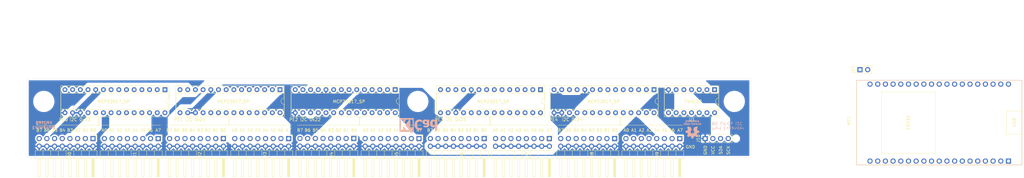
<source format=kicad_pcb>
(kicad_pcb (version 20171130) (host pcbnew "(5.1.9)-1")
  (title_block (title "Ports Expander Module 80 GPIOs I2C INT") (date 2021-01-03))
  (layers (0 F.Cu signal) (31 B.Cu signal) (34 B.Paste user) (35 F.Paste user) (36 B.SilkS user) (37 F.SilkS user) (38 B.Mask user) (39 F.Mask user) (44 Edge.Cuts user))
  (net 0 "")
  (net 1 /INT0)
  (net 2 /INT1)
  (net 3 /INT3)
  (net 4 /INT)
  (net 5 /INT2)
  (net 6 /INT4)
  (net 7 GND)
  (net 8 +3V3)
  (net 9 /SDA)
  (net 10 /SCK)
  (net 11 "Net-(U1-Pad6)")
  (net 12 "Net-(U1-Pad12)")
  (net 13 "Net-(U1-Pad3)")
  (net 14 /E0B7)
  (net 15 /E0B6)
  (net 16 /E0B5)
  (net 17 /E0B4)
  (net 18 /E0B3)
  (net 19 /E0B2)
  (net 20 /E0B1)
  (net 21 /E0B0)
  (net 22 /E0A0)
  (net 23 /E0A1)
  (net 24 /E0A2)
  (net 25 /E0A3)
  (net 26 /E0A4)
  (net 27 /E0A5)
  (net 28 /E0A6)
  (net 29 /E0A7)
  (net 30 /E1B7)
  (net 31 /E1B6)
  (net 32 /E1B5)
  (net 33 /E1B4)
  (net 34 /E1B3)
  (net 35 /E1B2)
  (net 36 /E1B1)
  (net 37 /E1B0)
  (net 38 /E1A0)
  (net 39 /E1A1)
  (net 40 /E1A2)
  (net 41 /E1A3)
  (net 42 /E1A4)
  (net 43 /E1A5)
  (net 44 /E1A6)
  (net 45 /E1A7)
  (net 46 /E2B7)
  (net 47 /E2B6)
  (net 48 /E2B5)
  (net 49 /E2B4)
  (net 50 /E2B3)
  (net 51 /E2B2)
  (net 52 /E2B1)
  (net 53 /E2B0)
  (net 54 /E2A0)
  (net 55 /E2A1)
  (net 56 /E2A2)
  (net 57 /E2A3)
  (net 58 /E2A4)
  (net 59 /E2A5)
  (net 60 /E2A6)
  (net 61 /E2A7)
  (net 62 /E3B7)
  (net 63 /E3B6)
  (net 64 /E3B5)
  (net 65 /E3B4)
  (net 66 /E3B3)
  (net 67 /E3B2)
  (net 68 /E3B1)
  (net 69 /E3B0)
  (net 70 /E3A0)
  (net 71 /E3A1)
  (net 72 /E3A2)
  (net 73 /E3A3)
  (net 74 /E3A4)
  (net 75 /E3A5)
  (net 76 /E3A6)
  (net 77 /E3A7)
  (net 78 /E4B7)
  (net 79 /E4B6)
  (net 80 /E4B5)
  (net 81 /E4B4)
  (net 82 /E4B3)
  (net 83 /E4B2)
  (net 84 /E4B1)
  (net 85 /E4B0)
  (net 86 /E4A0)
  (net 87 /E4A1)
  (net 88 /E4A2)
  (net 89 /E4A3)
  (net 90 /E4A4)
  (net 91 /E4A5)
  (net 92 /E4A6)
  (net 93 /E4A7)
  (net 94 "Net-(J11-Pad2)")
  (net 95 "Net-(MC1-Pad5)")
  (net 96 "Net-(MC1-Pad31)")
  (net 97 "Net-(MC1-Pad8)")
  (net 98 "Net-(MC1-Pad11)")
  (net 99 "Net-(MC1-Pad38)")
  (net 100 "Net-(MC1-Pad27)")
  (net 101 "Net-(MC1-Pad33)")
  (net 102 "Net-(MC1-Pad14)")
  (net 103 "Net-(MC1-Pad9)")
  (net 104 "Net-(MC1-Pad30)")
  (net 105 "Net-(MC1-Pad36)")
  (net 106 "Net-(MC1-Pad35)")
  (net 107 "Net-(MC1-Pad3)")
  (net 108 "Net-(MC1-Pad7)")
  (net 109 "Net-(MC1-Pad10)")
  (net 110 "Net-(MC1-Pad28)")
  (net 111 "Net-(MC1-Pad13)")
  (net 112 "Net-(MC1-Pad29)")
  (net 113 "Net-(MC1-Pad34)")
  (net 114 "Net-(MC1-Pad32)")
  (net 115 "Net-(MC1-Pad2)")
  (net 116 "Net-(MC1-Pad4)")
  (net 117 "Net-(MC1-Pad37)")
  (net 118 "Net-(MC1-Pad17)")
  (net 119 "Net-(MC1-Pad18)")
  (net 120 "Net-(MC1-Pad23)")
  (net 121 "Net-(MC1-Pad16)")
  (net 122 "Net-(MC1-Pad21)")
  (net 123 "Net-(MC1-Pad24)")
  (net 124 "Net-(MC1-Pad15)")
  (net 125 "Net-(PE0-Pad14)")
  (net 126 "Net-(PE0-Pad11)")
  (net 127 "Net-(PE0-Pad19)")
  (net 128 "Net-(PE1-Pad19)")
  (net 129 "Net-(PE1-Pad11)")
  (net 130 "Net-(PE1-Pad14)")
  (net 131 "Net-(PE2-Pad14)")
  (net 132 "Net-(PE2-Pad11)")
  (net 133 "Net-(PE2-Pad19)")
  (net 134 "Net-(PE3-Pad19)")
  (net 135 "Net-(PE3-Pad11)")
  (net 136 "Net-(PE3-Pad14)")
  (net 137 "Net-(PE4-Pad19)")
  (net 138 "Net-(PE4-Pad11)")
  (net 139 "Net-(PE4-Pad14)")
  (module Connector_PinHeader_2.54mm:PinHeader_1x04_P2.54mm_Vertical (layer F.Cu) (at 244.88 71.75 90)
    (fp_text reference J10 (at 0 -2.33 90) (layer F.SilkS))
    (fp_text value OLED_Display)
    (pad 4 thru_hole oval (at 0 7.62 90) (size 1.7 1.7) (drill 1) (layers *.Cu *.Mask) (net 9 /SDA))
    (pad 3 thru_hole oval (at 0 5.08 90) (size 1.7 1.7) (drill 1) (layers *.Cu *.Mask) (net 10 /SCK))
    (pad 2 thru_hole oval (at 0 2.54 90) (size 1.7 1.7) (drill 1) (layers *.Cu *.Mask) (net 8 +3V3))
    (pad 1 thru_hole rect (at 0 0 90) (size 1.7 1.7) (drill 1) (layers *.Cu *.Mask) (net 7 GND))
  )
  (module esp32_driver:ESP32_DevKitC (layer F.Cu) (at 345.035 79.19 90)
    (fp_text reference MC1 (at 13.335 -52.705 270) (layer F.SilkS))
    (fp_text value ESP32_DevKitC)
    (fp_text user USB (at 12.7 1.905 270) (layer F.SilkS))
    (fp_text user ESP32 (at 12.7 -33.02 90) (layer F.SilkS))
    (pad 5 thru_hole oval (at 0 -10.16 270) (size 1.7 1.7) (drill 1) (layers *.Cu *.Mask) (net 95 "Net-(MC1-Pad5)"))
    (pad 31 thru_hole oval (at 25.4 -17.78 270) (size 1.7 1.7) (drill 1) (layers *.Cu *.Mask) (net 96 "Net-(MC1-Pad31)"))
    (pad 12 thru_hole oval (at 0 -27.94 270) (size 1.7 1.7) (drill 1) (layers *.Cu *.Mask) (net 4 /INT))
    (pad 8 thru_hole oval (at 0 -17.78 270) (size 1.7 1.7) (drill 1) (layers *.Cu *.Mask) (net 97 "Net-(MC1-Pad8)"))
    (pad 11 thru_hole oval (at 0 -25.4 270) (size 1.7 1.7) (drill 1) (layers *.Cu *.Mask) (net 98 "Net-(MC1-Pad11)"))
    (pad 38 thru_hole oval (at 25.4 0 270) (size 1.7 1.7) (drill 1) (layers *.Cu *.Mask) (net 99 "Net-(MC1-Pad38)"))
    (pad 27 thru_hole oval (at 25.4 -27.94 270) (size 1.7 1.7) (drill 1) (layers *.Cu *.Mask) (net 100 "Net-(MC1-Pad27)"))
    (pad 26 thru_hole oval (at 25.4 -30.48 270) (size 1.7 1.7) (drill 1) (layers *.Cu *.Mask) (net 7 GND))
    (pad 33 thru_hole oval (at 25.4 -12.7 270) (size 1.7 1.7) (drill 1) (layers *.Cu *.Mask) (net 101 "Net-(MC1-Pad33)"))
    (pad 14 thru_hole oval (at 0 -33.02 270) (size 1.7 1.7) (drill 1) (layers *.Cu *.Mask) (net 102 "Net-(MC1-Pad14)"))
    (pad 9 thru_hole oval (at 0 -20.32 270) (size 1.7 1.7) (drill 1) (layers *.Cu *.Mask) (net 103 "Net-(MC1-Pad9)"))
    (pad 30 thru_hole oval (at 25.4 -20.32 270) (size 1.7 1.7) (drill 1) (layers *.Cu *.Mask) (net 104 "Net-(MC1-Pad30)"))
    (pad 36 thru_hole oval (at 25.4 -5.08 270) (size 1.7 1.7) (drill 1) (layers *.Cu *.Mask) (net 105 "Net-(MC1-Pad36)"))
    (pad 35 thru_hole oval (at 25.4 -7.62 270) (size 1.7 1.7) (drill 1) (layers *.Cu *.Mask) (net 106 "Net-(MC1-Pad35)"))
    (pad 3 thru_hole oval (at 0 -5.08 270) (size 1.7 1.7) (drill 1) (layers *.Cu *.Mask) (net 107 "Net-(MC1-Pad3)"))
    (pad 6 thru_hole oval (at 0 -12.7 270) (size 1.7 1.7) (drill 1) (layers *.Cu *.Mask) (net 7 GND))
    (pad 7 thru_hole oval (at 0 -15.24 270) (size 1.7 1.7) (drill 1) (layers *.Cu *.Mask) (net 108 "Net-(MC1-Pad7)"))
    (pad 10 thru_hole oval (at 0 -22.86 270) (size 1.7 1.7) (drill 1) (layers *.Cu *.Mask) (net 109 "Net-(MC1-Pad10)"))
    (pad 1 thru_hole rect (at 0 0 270) (size 1.7 1.7) (drill 1) (layers *.Cu *.Mask) (net 94 "Net-(J11-Pad2)"))
    (pad 28 thru_hole oval (at 25.4 -25.4 270) (size 1.7 1.7) (drill 1) (layers *.Cu *.Mask) (net 110 "Net-(MC1-Pad28)"))
    (pad 13 thru_hole oval (at 0 -30.48 270) (size 1.7 1.7) (drill 1) (layers *.Cu *.Mask) (net 111 "Net-(MC1-Pad13)"))
    (pad 25 thru_hole oval (at 25.4 -33.02 270) (size 1.7 1.7) (drill 1) (layers *.Cu *.Mask) (net 9 /SDA))
    (pad 29 thru_hole oval (at 25.4 -22.86 270) (size 1.7 1.7) (drill 1) (layers *.Cu *.Mask) (net 112 "Net-(MC1-Pad29)"))
    (pad 34 thru_hole oval (at 25.4 -10.16 270) (size 1.7 1.7) (drill 1) (layers *.Cu *.Mask) (net 113 "Net-(MC1-Pad34)"))
    (pad 32 thru_hole oval (at 25.4 -15.24 270) (size 1.7 1.7) (drill 1) (layers *.Cu *.Mask) (net 114 "Net-(MC1-Pad32)"))
    (pad 2 thru_hole oval (at 0 -2.54 270) (size 1.7 1.7) (drill 1) (layers *.Cu *.Mask) (net 115 "Net-(MC1-Pad2)"))
    (pad 4 thru_hole oval (at 0 -7.62 270) (size 1.7 1.7) (drill 1) (layers *.Cu *.Mask) (net 116 "Net-(MC1-Pad4)"))
    (pad 37 thru_hole oval (at 25.4 -2.54 270) (size 1.7 1.7) (drill 1) (layers *.Cu *.Mask) (net 117 "Net-(MC1-Pad37)"))
    (pad 17 thru_hole oval (at 0 -40.64 270) (size 1.7 1.7) (drill 1) (layers *.Cu *.Mask) (net 118 "Net-(MC1-Pad17)"))
    (pad 18 thru_hole oval (at 0 -43.18 270) (size 1.7 1.7) (drill 1) (layers *.Cu *.Mask) (net 119 "Net-(MC1-Pad18)"))
    (pad 23 thru_hole oval (at 25.4 -38.1 270) (size 1.7 1.7) (drill 1) (layers *.Cu *.Mask) (net 120 "Net-(MC1-Pad23)"))
    (pad 16 thru_hole oval (at 0 -38.1 270) (size 1.7 1.7) (drill 1) (layers *.Cu *.Mask) (net 121 "Net-(MC1-Pad16)"))
    (pad 22 thru_hole oval (at 25.4 -40.64 270) (size 1.7 1.7) (drill 1) (layers *.Cu *.Mask) (net 10 /SCK))
    (pad 21 thru_hole oval (at 25.4 -43.18 270) (size 1.7 1.7) (drill 1) (layers *.Cu *.Mask) (net 122 "Net-(MC1-Pad21)"))
    (pad 24 thru_hole oval (at 25.4 -35.56 270) (size 1.7 1.7) (drill 1) (layers *.Cu *.Mask) (net 123 "Net-(MC1-Pad24)"))
    (pad 19 thru_hole oval (at 0 -45.72 270) (size 1.7 1.7) (drill 1) (layers *.Cu *.Mask) (net 8 +3V3))
    (pad 20 thru_hole oval (at 25.4 -45.72 270) (size 1.7 1.7) (drill 1) (layers *.Cu *.Mask) (net 7 GND))
    (pad 15 thru_hole oval (at 0 -35.56 270) (size 1.7 1.7) (drill 1) (layers *.Cu *.Mask) (net 124 "Net-(MC1-Pad15)"))
  )
  (module Connector_PinHeader_2.54mm:PinHeader_1x02_P2.54mm_Vertical (layer F.Cu) (at 296 49 90)
    (fp_text reference J11 (at 0 -2.33 90) (layer F.SilkS))
    (fp_text value Power_Jack)
    (pad 2 thru_hole oval (at 0 2.54 90) (size 1.7 1.7) (drill 1) (layers *.Cu *.Mask) (net 94 "Net-(J11-Pad2)"))
    (pad 1 thru_hole rect (at 0 0 90) (size 1.7 1.7) (drill 1) (layers *.Cu *.Mask) (net 7 GND))
  )
  (module Symbol:KiCad-Logo_5mm_SilkScreen (layer B.Cu) (at 150.241 66.929)
    (fp_text reference L0 hide)
    (fp_text value KiCad-Logo_5mm_SilkScreen hide)
  )
  (module Symbol:OSHW-Logo_5.7x6mm_SilkScreen (layer B.Cu) (at 240.665 68.707)
    (fp_text reference REF** hide)
    (fp_text value OSHW-Logo_5.7x6mm_SilkScreen hide)
  )
  (module MountingHole:MountingHole_3.2mm_M3 (layer F.Cu) (at 26.5 59.5)
    (fp_text reference MH0 hide)
    (fp_text value MountingHole_3.2mm_M3)
    (pad 1 np_thru_hole circle (at 0 0) (size 3.2 3.2) (drill 3.2) (layers *.Cu *.Mask))
  )
  (module MountingHole:MountingHole_3.2mm_M3 (layer F.Cu) (at 150 59.5)
    (fp_text reference MH1 hide)
    (fp_text value MountingHole_3.2mm_M3)
    (pad 1 np_thru_hole circle (at 0 0) (size 3.2 3.2) (drill 3.2) (layers *.Cu *.Mask))
  )
  (module MountingHole:MountingHole_3.2mm_M3 (layer F.Cu) (at 254.5 59.5)
    (fp_text reference MH2 hide)
    (fp_text value MountingHole_3.2mm_M3)
    (pad 1 np_thru_hole circle (at 0 0) (size 3.2 3.2) (drill 3.2) (layers *.Cu *.Mask))
  )
  (module Connector_PinHeader_2.54mm:PinHeader_2x08_P2.54mm_Horizontal (layer F.Cu) (at 236.5 71.75 270)
    (fp_text reference J9 (at 5.25 7.5 90) (layer F.SilkS))
    (fp_text value Conn_02x08_Male)
    (pad 16 thru_hole oval (at 2.54 17.78 270) (size 1.7 1.7) (drill 1) (layers *.Cu *.Mask) (net 7 GND))
    (pad 15 thru_hole oval (at 0 17.78 270) (size 1.7 1.7) (drill 1) (layers *.Cu *.Mask) (net 86 /E4A0))
    (pad 14 thru_hole oval (at 2.54 15.24 270) (size 1.7 1.7) (drill 1) (layers *.Cu *.Mask) (net 7 GND))
    (pad 13 thru_hole oval (at 0 15.24 270) (size 1.7 1.7) (drill 1) (layers *.Cu *.Mask) (net 87 /E4A1))
    (pad 12 thru_hole oval (at 2.54 12.7 270) (size 1.7 1.7) (drill 1) (layers *.Cu *.Mask) (net 7 GND))
    (pad 11 thru_hole oval (at 0 12.7 270) (size 1.7 1.7) (drill 1) (layers *.Cu *.Mask) (net 88 /E4A2))
    (pad 10 thru_hole oval (at 2.54 10.16 270) (size 1.7 1.7) (drill 1) (layers *.Cu *.Mask) (net 7 GND))
    (pad 9 thru_hole oval (at 0 10.16 270) (size 1.7 1.7) (drill 1) (layers *.Cu *.Mask) (net 89 /E4A3))
    (pad 8 thru_hole oval (at 2.54 7.62 270) (size 1.7 1.7) (drill 1) (layers *.Cu *.Mask) (net 7 GND))
    (pad 7 thru_hole oval (at 0 7.62 270) (size 1.7 1.7) (drill 1) (layers *.Cu *.Mask) (net 90 /E4A4))
    (pad 6 thru_hole oval (at 2.54 5.08 270) (size 1.7 1.7) (drill 1) (layers *.Cu *.Mask) (net 7 GND))
    (pad 5 thru_hole oval (at 0 5.08 270) (size 1.7 1.7) (drill 1) (layers *.Cu *.Mask) (net 91 /E4A5))
    (pad 4 thru_hole oval (at 2.54 2.54 270) (size 1.7 1.7) (drill 1) (layers *.Cu *.Mask) (net 7 GND))
    (pad 3 thru_hole oval (at 0 2.54 270) (size 1.7 1.7) (drill 1) (layers *.Cu *.Mask) (net 92 /E4A6))
    (pad 2 thru_hole oval (at 2.54 0 270) (size 1.7 1.7) (drill 1) (layers *.Cu *.Mask) (net 7 GND))
    (pad 1 thru_hole rect (at 0 0 270) (size 1.7 1.7) (drill 1) (layers *.Cu *.Mask) (net 93 /E4A7))
  )
  (module Connector_PinHeader_2.54mm:PinHeader_2x08_P2.54mm_Horizontal (layer F.Cu) (at 214.972 71.75 270)
    (fp_text reference J8 (at 5.25 7.472 90) (layer F.SilkS))
    (fp_text value Conn_02x08_Male)
    (pad 16 thru_hole oval (at 2.54 17.78 270) (size 1.7 1.7) (drill 1) (layers *.Cu *.Mask) (net 7 GND))
    (pad 15 thru_hole oval (at 0 17.78 270) (size 1.7 1.7) (drill 1) (layers *.Cu *.Mask) (net 78 /E4B7))
    (pad 14 thru_hole oval (at 2.54 15.24 270) (size 1.7 1.7) (drill 1) (layers *.Cu *.Mask) (net 7 GND))
    (pad 13 thru_hole oval (at 0 15.24 270) (size 1.7 1.7) (drill 1) (layers *.Cu *.Mask) (net 79 /E4B6))
    (pad 12 thru_hole oval (at 2.54 12.7 270) (size 1.7 1.7) (drill 1) (layers *.Cu *.Mask) (net 7 GND))
    (pad 11 thru_hole oval (at 0 12.7 270) (size 1.7 1.7) (drill 1) (layers *.Cu *.Mask) (net 80 /E4B5))
    (pad 10 thru_hole oval (at 2.54 10.16 270) (size 1.7 1.7) (drill 1) (layers *.Cu *.Mask) (net 7 GND))
    (pad 9 thru_hole oval (at 0 10.16 270) (size 1.7 1.7) (drill 1) (layers *.Cu *.Mask) (net 81 /E4B4))
    (pad 8 thru_hole oval (at 2.54 7.62 270) (size 1.7 1.7) (drill 1) (layers *.Cu *.Mask) (net 7 GND))
    (pad 7 thru_hole oval (at 0 7.62 270) (size 1.7 1.7) (drill 1) (layers *.Cu *.Mask) (net 82 /E4B3))
    (pad 6 thru_hole oval (at 2.54 5.08 270) (size 1.7 1.7) (drill 1) (layers *.Cu *.Mask) (net 7 GND))
    (pad 5 thru_hole oval (at 0 5.08 270) (size 1.7 1.7) (drill 1) (layers *.Cu *.Mask) (net 83 /E4B2))
    (pad 4 thru_hole oval (at 2.54 2.54 270) (size 1.7 1.7) (drill 1) (layers *.Cu *.Mask) (net 7 GND))
    (pad 3 thru_hole oval (at 0 2.54 270) (size 1.7 1.7) (drill 1) (layers *.Cu *.Mask) (net 84 /E4B1))
    (pad 2 thru_hole oval (at 2.54 0 270) (size 1.7 1.7) (drill 1) (layers *.Cu *.Mask) (net 7 GND))
    (pad 1 thru_hole rect (at 0 0 270) (size 1.7 1.7) (drill 1) (layers *.Cu *.Mask) (net 85 /E4B0))
  )
  (module Connector_PinHeader_2.54mm:PinHeader_2x08_P2.54mm_Horizontal (layer F.Cu) (at 193.444 71.75 270)
    (fp_text reference J7 (at 5.25 7.444 90) (layer F.SilkS))
    (fp_text value Conn_02x08_Male)
    (pad 16 thru_hole oval (at 2.54 17.78 270) (size 1.7 1.7) (drill 1) (layers *.Cu *.Mask) (net 7 GND))
    (pad 15 thru_hole oval (at 0 17.78 270) (size 1.7 1.7) (drill 1) (layers *.Cu *.Mask) (net 70 /E3A0))
    (pad 14 thru_hole oval (at 2.54 15.24 270) (size 1.7 1.7) (drill 1) (layers *.Cu *.Mask) (net 7 GND))
    (pad 13 thru_hole oval (at 0 15.24 270) (size 1.7 1.7) (drill 1) (layers *.Cu *.Mask) (net 71 /E3A1))
    (pad 12 thru_hole oval (at 2.54 12.7 270) (size 1.7 1.7) (drill 1) (layers *.Cu *.Mask) (net 7 GND))
    (pad 11 thru_hole oval (at 0 12.7 270) (size 1.7 1.7) (drill 1) (layers *.Cu *.Mask) (net 72 /E3A2))
    (pad 10 thru_hole oval (at 2.54 10.16 270) (size 1.7 1.7) (drill 1) (layers *.Cu *.Mask) (net 7 GND))
    (pad 9 thru_hole oval (at 0 10.16 270) (size 1.7 1.7) (drill 1) (layers *.Cu *.Mask) (net 73 /E3A3))
    (pad 8 thru_hole oval (at 2.54 7.62 270) (size 1.7 1.7) (drill 1) (layers *.Cu *.Mask) (net 7 GND))
    (pad 7 thru_hole oval (at 0 7.62 270) (size 1.7 1.7) (drill 1) (layers *.Cu *.Mask) (net 74 /E3A4))
    (pad 6 thru_hole oval (at 2.54 5.08 270) (size 1.7 1.7) (drill 1) (layers *.Cu *.Mask) (net 7 GND))
    (pad 5 thru_hole oval (at 0 5.08 270) (size 1.7 1.7) (drill 1) (layers *.Cu *.Mask) (net 75 /E3A5))
    (pad 4 thru_hole oval (at 2.54 2.54 270) (size 1.7 1.7) (drill 1) (layers *.Cu *.Mask) (net 7 GND))
    (pad 3 thru_hole oval (at 0 2.54 270) (size 1.7 1.7) (drill 1) (layers *.Cu *.Mask) (net 76 /E3A6))
    (pad 2 thru_hole oval (at 2.54 0 270) (size 1.7 1.7) (drill 1) (layers *.Cu *.Mask) (net 7 GND))
    (pad 1 thru_hole rect (at 0 0 270) (size 1.7 1.7) (drill 1) (layers *.Cu *.Mask) (net 77 /E3A7))
  )
  (module Connector_PinHeader_2.54mm:PinHeader_2x08_P2.54mm_Horizontal (layer F.Cu) (at 171.917 71.75 270)
    (fp_text reference J6 (at 5.25 7.417 90) (layer F.SilkS))
    (fp_text value Conn_02x08_Male)
    (pad 16 thru_hole oval (at 2.54 17.78 270) (size 1.7 1.7) (drill 1) (layers *.Cu *.Mask) (net 7 GND))
    (pad 15 thru_hole oval (at 0 17.78 270) (size 1.7 1.7) (drill 1) (layers *.Cu *.Mask) (net 62 /E3B7))
    (pad 14 thru_hole oval (at 2.54 15.24 270) (size 1.7 1.7) (drill 1) (layers *.Cu *.Mask) (net 7 GND))
    (pad 13 thru_hole oval (at 0 15.24 270) (size 1.7 1.7) (drill 1) (layers *.Cu *.Mask) (net 63 /E3B6))
    (pad 12 thru_hole oval (at 2.54 12.7 270) (size 1.7 1.7) (drill 1) (layers *.Cu *.Mask) (net 7 GND))
    (pad 11 thru_hole oval (at 0 12.7 270) (size 1.7 1.7) (drill 1) (layers *.Cu *.Mask) (net 64 /E3B5))
    (pad 10 thru_hole oval (at 2.54 10.16 270) (size 1.7 1.7) (drill 1) (layers *.Cu *.Mask) (net 7 GND))
    (pad 9 thru_hole oval (at 0 10.16 270) (size 1.7 1.7) (drill 1) (layers *.Cu *.Mask) (net 65 /E3B4))
    (pad 8 thru_hole oval (at 2.54 7.62 270) (size 1.7 1.7) (drill 1) (layers *.Cu *.Mask) (net 7 GND))
    (pad 7 thru_hole oval (at 0 7.62 270) (size 1.7 1.7) (drill 1) (layers *.Cu *.Mask) (net 66 /E3B3))
    (pad 6 thru_hole oval (at 2.54 5.08 270) (size 1.7 1.7) (drill 1) (layers *.Cu *.Mask) (net 7 GND))
    (pad 5 thru_hole oval (at 0 5.08 270) (size 1.7 1.7) (drill 1) (layers *.Cu *.Mask) (net 67 /E3B2))
    (pad 4 thru_hole oval (at 2.54 2.54 270) (size 1.7 1.7) (drill 1) (layers *.Cu *.Mask) (net 7 GND))
    (pad 3 thru_hole oval (at 0 2.54 270) (size 1.7 1.7) (drill 1) (layers *.Cu *.Mask) (net 68 /E3B1))
    (pad 2 thru_hole oval (at 2.54 0 270) (size 1.7 1.7) (drill 1) (layers *.Cu *.Mask) (net 7 GND))
    (pad 1 thru_hole rect (at 0 0 270) (size 1.7 1.7) (drill 1) (layers *.Cu *.Mask) (net 69 /E3B0))
  )
  (module Connector_PinHeader_2.54mm:PinHeader_2x08_P2.54mm_Horizontal (layer F.Cu) (at 150.389 71.75 270)
    (fp_text reference J5 (at 5.25 7.389 90) (layer F.SilkS))
    (fp_text value Conn_02x08_Male)
    (pad 16 thru_hole oval (at 2.54 17.78 270) (size 1.7 1.7) (drill 1) (layers *.Cu *.Mask) (net 7 GND))
    (pad 15 thru_hole oval (at 0 17.78 270) (size 1.7 1.7) (drill 1) (layers *.Cu *.Mask) (net 54 /E2A0))
    (pad 14 thru_hole oval (at 2.54 15.24 270) (size 1.7 1.7) (drill 1) (layers *.Cu *.Mask) (net 7 GND))
    (pad 13 thru_hole oval (at 0 15.24 270) (size 1.7 1.7) (drill 1) (layers *.Cu *.Mask) (net 55 /E2A1))
    (pad 12 thru_hole oval (at 2.54 12.7 270) (size 1.7 1.7) (drill 1) (layers *.Cu *.Mask) (net 7 GND))
    (pad 11 thru_hole oval (at 0 12.7 270) (size 1.7 1.7) (drill 1) (layers *.Cu *.Mask) (net 56 /E2A2))
    (pad 10 thru_hole oval (at 2.54 10.16 270) (size 1.7 1.7) (drill 1) (layers *.Cu *.Mask) (net 7 GND))
    (pad 9 thru_hole oval (at 0 10.16 270) (size 1.7 1.7) (drill 1) (layers *.Cu *.Mask) (net 57 /E2A3))
    (pad 8 thru_hole oval (at 2.54 7.62 270) (size 1.7 1.7) (drill 1) (layers *.Cu *.Mask) (net 7 GND))
    (pad 7 thru_hole oval (at 0 7.62 270) (size 1.7 1.7) (drill 1) (layers *.Cu *.Mask) (net 58 /E2A4))
    (pad 6 thru_hole oval (at 2.54 5.08 270) (size 1.7 1.7) (drill 1) (layers *.Cu *.Mask) (net 7 GND))
    (pad 5 thru_hole oval (at 0 5.08 270) (size 1.7 1.7) (drill 1) (layers *.Cu *.Mask) (net 59 /E2A5))
    (pad 4 thru_hole oval (at 2.54 2.54 270) (size 1.7 1.7) (drill 1) (layers *.Cu *.Mask) (net 7 GND))
    (pad 3 thru_hole oval (at 0 2.54 270) (size 1.7 1.7) (drill 1) (layers *.Cu *.Mask) (net 60 /E2A6))
    (pad 2 thru_hole oval (at 2.54 0 270) (size 1.7 1.7) (drill 1) (layers *.Cu *.Mask) (net 7 GND))
    (pad 1 thru_hole rect (at 0 0 270) (size 1.7 1.7) (drill 1) (layers *.Cu *.Mask) (net 61 /E2A7))
  )
  (module Connector_PinHeader_2.54mm:PinHeader_2x08_P2.54mm_Horizontal (layer F.Cu) (at 128.861 71.725 270)
    (fp_text reference J4 (at 5.275 7.361 90) (layer F.SilkS))
    (fp_text value Conn_02x08_Male)
    (pad 16 thru_hole oval (at 2.54 17.78 270) (size 1.7 1.7) (drill 1) (layers *.Cu *.Mask) (net 7 GND))
    (pad 15 thru_hole oval (at 0 17.78 270) (size 1.7 1.7) (drill 1) (layers *.Cu *.Mask) (net 46 /E2B7))
    (pad 14 thru_hole oval (at 2.54 15.24 270) (size 1.7 1.7) (drill 1) (layers *.Cu *.Mask) (net 7 GND))
    (pad 13 thru_hole oval (at 0 15.24 270) (size 1.7 1.7) (drill 1) (layers *.Cu *.Mask) (net 47 /E2B6))
    (pad 12 thru_hole oval (at 2.54 12.7 270) (size 1.7 1.7) (drill 1) (layers *.Cu *.Mask) (net 7 GND))
    (pad 11 thru_hole oval (at 0 12.7 270) (size 1.7 1.7) (drill 1) (layers *.Cu *.Mask) (net 48 /E2B5))
    (pad 10 thru_hole oval (at 2.54 10.16 270) (size 1.7 1.7) (drill 1) (layers *.Cu *.Mask) (net 7 GND))
    (pad 9 thru_hole oval (at 0 10.16 270) (size 1.7 1.7) (drill 1) (layers *.Cu *.Mask) (net 49 /E2B4))
    (pad 8 thru_hole oval (at 2.54 7.62 270) (size 1.7 1.7) (drill 1) (layers *.Cu *.Mask) (net 7 GND))
    (pad 7 thru_hole oval (at 0 7.62 270) (size 1.7 1.7) (drill 1) (layers *.Cu *.Mask) (net 50 /E2B3))
    (pad 6 thru_hole oval (at 2.54 5.08 270) (size 1.7 1.7) (drill 1) (layers *.Cu *.Mask) (net 7 GND))
    (pad 5 thru_hole oval (at 0 5.08 270) (size 1.7 1.7) (drill 1) (layers *.Cu *.Mask) (net 51 /E2B2))
    (pad 4 thru_hole oval (at 2.54 2.54 270) (size 1.7 1.7) (drill 1) (layers *.Cu *.Mask) (net 7 GND))
    (pad 3 thru_hole oval (at 0 2.54 270) (size 1.7 1.7) (drill 1) (layers *.Cu *.Mask) (net 52 /E2B1))
    (pad 2 thru_hole oval (at 2.54 0 270) (size 1.7 1.7) (drill 1) (layers *.Cu *.Mask) (net 7 GND))
    (pad 1 thru_hole rect (at 0 0 270) (size 1.7 1.7) (drill 1) (layers *.Cu *.Mask) (net 53 /E2B0))
  )
  (module Connector_PinHeader_2.54mm:PinHeader_2x08_P2.54mm_Horizontal (layer F.Cu) (at 107.333 71.75 270)
    (fp_text reference J3 (at 5.25 7.833 90) (layer F.SilkS))
    (fp_text value Conn_02x08_Male)
    (pad 16 thru_hole oval (at 2.54 17.78 270) (size 1.7 1.7) (drill 1) (layers *.Cu *.Mask) (net 7 GND))
    (pad 15 thru_hole oval (at 0 17.78 270) (size 1.7 1.7) (drill 1) (layers *.Cu *.Mask) (net 38 /E1A0))
    (pad 14 thru_hole oval (at 2.54 15.24 270) (size 1.7 1.7) (drill 1) (layers *.Cu *.Mask) (net 7 GND))
    (pad 13 thru_hole oval (at 0 15.24 270) (size 1.7 1.7) (drill 1) (layers *.Cu *.Mask) (net 39 /E1A1))
    (pad 12 thru_hole oval (at 2.54 12.7 270) (size 1.7 1.7) (drill 1) (layers *.Cu *.Mask) (net 7 GND))
    (pad 11 thru_hole oval (at 0 12.7 270) (size 1.7 1.7) (drill 1) (layers *.Cu *.Mask) (net 40 /E1A2))
    (pad 10 thru_hole oval (at 2.54 10.16 270) (size 1.7 1.7) (drill 1) (layers *.Cu *.Mask) (net 7 GND))
    (pad 9 thru_hole oval (at 0 10.16 270) (size 1.7 1.7) (drill 1) (layers *.Cu *.Mask) (net 41 /E1A3))
    (pad 8 thru_hole oval (at 2.54 7.62 270) (size 1.7 1.7) (drill 1) (layers *.Cu *.Mask) (net 7 GND))
    (pad 7 thru_hole oval (at 0 7.62 270) (size 1.7 1.7) (drill 1) (layers *.Cu *.Mask) (net 42 /E1A4))
    (pad 6 thru_hole oval (at 2.54 5.08 270) (size 1.7 1.7) (drill 1) (layers *.Cu *.Mask) (net 7 GND))
    (pad 5 thru_hole oval (at 0 5.08 270) (size 1.7 1.7) (drill 1) (layers *.Cu *.Mask) (net 43 /E1A5))
    (pad 4 thru_hole oval (at 2.54 2.54 270) (size 1.7 1.7) (drill 1) (layers *.Cu *.Mask) (net 7 GND))
    (pad 3 thru_hole oval (at 0 2.54 270) (size 1.7 1.7) (drill 1) (layers *.Cu *.Mask) (net 44 /E1A6))
    (pad 2 thru_hole oval (at 2.54 0 270) (size 1.7 1.7) (drill 1) (layers *.Cu *.Mask) (net 7 GND))
    (pad 1 thru_hole rect (at 0 0 270) (size 1.7 1.7) (drill 1) (layers *.Cu *.Mask) (net 45 /E1A7))
  )
  (module Connector_PinHeader_2.54mm:PinHeader_2x08_P2.54mm_Horizontal (layer F.Cu) (at 85.8056 71.75 270)
    (fp_text reference J2 (at 5.25 7.8056 90) (layer F.SilkS))
    (fp_text value Conn_02x08_Male)
    (pad 16 thru_hole oval (at 2.54 17.78 270) (size 1.7 1.7) (drill 1) (layers *.Cu *.Mask) (net 7 GND))
    (pad 15 thru_hole oval (at 0 17.78 270) (size 1.7 1.7) (drill 1) (layers *.Cu *.Mask) (net 30 /E1B7))
    (pad 14 thru_hole oval (at 2.54 15.24 270) (size 1.7 1.7) (drill 1) (layers *.Cu *.Mask) (net 7 GND))
    (pad 13 thru_hole oval (at 0 15.24 270) (size 1.7 1.7) (drill 1) (layers *.Cu *.Mask) (net 31 /E1B6))
    (pad 12 thru_hole oval (at 2.54 12.7 270) (size 1.7 1.7) (drill 1) (layers *.Cu *.Mask) (net 7 GND))
    (pad 11 thru_hole oval (at 0 12.7 270) (size 1.7 1.7) (drill 1) (layers *.Cu *.Mask) (net 32 /E1B5))
    (pad 10 thru_hole oval (at 2.54 10.16 270) (size 1.7 1.7) (drill 1) (layers *.Cu *.Mask) (net 7 GND))
    (pad 9 thru_hole oval (at 0 10.16 270) (size 1.7 1.7) (drill 1) (layers *.Cu *.Mask) (net 33 /E1B4))
    (pad 8 thru_hole oval (at 2.54 7.62 270) (size 1.7 1.7) (drill 1) (layers *.Cu *.Mask) (net 7 GND))
    (pad 7 thru_hole oval (at 0 7.62 270) (size 1.7 1.7) (drill 1) (layers *.Cu *.Mask) (net 34 /E1B3))
    (pad 6 thru_hole oval (at 2.54 5.08 270) (size 1.7 1.7) (drill 1) (layers *.Cu *.Mask) (net 7 GND))
    (pad 5 thru_hole oval (at 0 5.08 270) (size 1.7 1.7) (drill 1) (layers *.Cu *.Mask) (net 35 /E1B2))
    (pad 4 thru_hole oval (at 2.54 2.54 270) (size 1.7 1.7) (drill 1) (layers *.Cu *.Mask) (net 7 GND))
    (pad 3 thru_hole oval (at 0 2.54 270) (size 1.7 1.7) (drill 1) (layers *.Cu *.Mask) (net 36 /E1B1))
    (pad 2 thru_hole oval (at 2.54 0 270) (size 1.7 1.7) (drill 1) (layers *.Cu *.Mask) (net 7 GND))
    (pad 1 thru_hole rect (at 0 0 270) (size 1.7 1.7) (drill 1) (layers *.Cu *.Mask) (net 37 /E1B0))
  )
  (module Connector_PinHeader_2.54mm:PinHeader_2x08_P2.54mm_Horizontal (layer F.Cu) (at 64.2778 71.75 270)
    (fp_text reference J1 (at 5.25 7.7778 90) (layer F.SilkS))
    (fp_text value Conn_02x08_Male)
    (pad 16 thru_hole oval (at 2.54 17.78 270) (size 1.7 1.7) (drill 1) (layers *.Cu *.Mask) (net 7 GND))
    (pad 15 thru_hole oval (at 0 17.78 270) (size 1.7 1.7) (drill 1) (layers *.Cu *.Mask) (net 22 /E0A0))
    (pad 14 thru_hole oval (at 2.54 15.24 270) (size 1.7 1.7) (drill 1) (layers *.Cu *.Mask) (net 7 GND))
    (pad 13 thru_hole oval (at 0 15.24 270) (size 1.7 1.7) (drill 1) (layers *.Cu *.Mask) (net 23 /E0A1))
    (pad 12 thru_hole oval (at 2.54 12.7 270) (size 1.7 1.7) (drill 1) (layers *.Cu *.Mask) (net 7 GND))
    (pad 11 thru_hole oval (at 0 12.7 270) (size 1.7 1.7) (drill 1) (layers *.Cu *.Mask) (net 24 /E0A2))
    (pad 10 thru_hole oval (at 2.54 10.16 270) (size 1.7 1.7) (drill 1) (layers *.Cu *.Mask) (net 7 GND))
    (pad 9 thru_hole oval (at 0 10.16 270) (size 1.7 1.7) (drill 1) (layers *.Cu *.Mask) (net 25 /E0A3))
    (pad 8 thru_hole oval (at 2.54 7.62 270) (size 1.7 1.7) (drill 1) (layers *.Cu *.Mask) (net 7 GND))
    (pad 7 thru_hole oval (at 0 7.62 270) (size 1.7 1.7) (drill 1) (layers *.Cu *.Mask) (net 26 /E0A4))
    (pad 6 thru_hole oval (at 2.54 5.08 270) (size 1.7 1.7) (drill 1) (layers *.Cu *.Mask) (net 7 GND))
    (pad 5 thru_hole oval (at 0 5.08 270) (size 1.7 1.7) (drill 1) (layers *.Cu *.Mask) (net 27 /E0A5))
    (pad 4 thru_hole oval (at 2.54 2.54 270) (size 1.7 1.7) (drill 1) (layers *.Cu *.Mask) (net 7 GND))
    (pad 3 thru_hole oval (at 0 2.54 270) (size 1.7 1.7) (drill 1) (layers *.Cu *.Mask) (net 28 /E0A6))
    (pad 2 thru_hole oval (at 2.54 0 270) (size 1.7 1.7) (drill 1) (layers *.Cu *.Mask) (net 7 GND))
    (pad 1 thru_hole rect (at 0 0 270) (size 1.7 1.7) (drill 1) (layers *.Cu *.Mask) (net 29 /E0A7))
  )
  (module Connector_PinHeader_2.54mm:PinHeader_2x08_P2.54mm_Horizontal (layer F.Cu) (at 42.75 71.75 270)
    (fp_text reference J0 (at 5.25 7.75 90) (layer F.SilkS))
    (fp_text value Conn_02x08_Male)
    (pad 16 thru_hole oval (at 2.54 17.78 270) (size 1.7 1.7) (drill 1) (layers *.Cu *.Mask) (net 7 GND))
    (pad 15 thru_hole oval (at 0 17.78 270) (size 1.7 1.7) (drill 1) (layers *.Cu *.Mask) (net 14 /E0B7))
    (pad 14 thru_hole oval (at 2.54 15.24 270) (size 1.7 1.7) (drill 1) (layers *.Cu *.Mask) (net 7 GND))
    (pad 13 thru_hole oval (at 0 15.24 270) (size 1.7 1.7) (drill 1) (layers *.Cu *.Mask) (net 15 /E0B6))
    (pad 12 thru_hole oval (at 2.54 12.7 270) (size 1.7 1.7) (drill 1) (layers *.Cu *.Mask) (net 7 GND))
    (pad 11 thru_hole oval (at 0 12.7 270) (size 1.7 1.7) (drill 1) (layers *.Cu *.Mask) (net 16 /E0B5))
    (pad 10 thru_hole oval (at 2.54 10.16 270) (size 1.7 1.7) (drill 1) (layers *.Cu *.Mask) (net 7 GND))
    (pad 9 thru_hole oval (at 0 10.16 270) (size 1.7 1.7) (drill 1) (layers *.Cu *.Mask) (net 17 /E0B4))
    (pad 8 thru_hole oval (at 2.54 7.62 270) (size 1.7 1.7) (drill 1) (layers *.Cu *.Mask) (net 7 GND))
    (pad 7 thru_hole oval (at 0 7.62 270) (size 1.7 1.7) (drill 1) (layers *.Cu *.Mask) (net 18 /E0B3))
    (pad 6 thru_hole oval (at 2.54 5.08 270) (size 1.7 1.7) (drill 1) (layers *.Cu *.Mask) (net 7 GND))
    (pad 5 thru_hole oval (at 0 5.08 270) (size 1.7 1.7) (drill 1) (layers *.Cu *.Mask) (net 19 /E0B2))
    (pad 4 thru_hole oval (at 2.54 2.54 270) (size 1.7 1.7) (drill 1) (layers *.Cu *.Mask) (net 7 GND))
    (pad 3 thru_hole oval (at 0 2.54 270) (size 1.7 1.7) (drill 1) (layers *.Cu *.Mask) (net 20 /E0B1))
    (pad 2 thru_hole oval (at 2.54 0 270) (size 1.7 1.7) (drill 1) (layers *.Cu *.Mask) (net 7 GND))
    (pad 1 thru_hole rect (at 0 0 270) (size 1.7 1.7) (drill 1) (layers *.Cu *.Mask) (net 21 /E0B0))
  )
  (module Package_DIP:DIP-14_W7.62mm_Socket (layer F.Cu) (at 248 55.615 270)
    (fp_text reference U1 (at 9.885 7.5 180) (layer F.SilkS))
    (fp_text value 74HC32 (at 3.937 7.208 180) (layer F.SilkS))
    (pad 14 thru_hole oval (at 7.62 0 270) (size 1.6 1.6) (drill 0.8) (layers *.Cu *.Mask) (net 8 +3V3))
    (pad 7 thru_hole oval (at 0 15.24 270) (size 1.6 1.6) (drill 0.8) (layers *.Cu *.Mask) (net 7 GND))
    (pad 13 thru_hole oval (at 7.62 2.54 270) (size 1.6 1.6) (drill 0.8) (layers *.Cu *.Mask) (net 6 /INT4))
    (pad 6 thru_hole oval (at 0 12.7 270) (size 1.6 1.6) (drill 0.8) (layers *.Cu *.Mask) (net 11 "Net-(U1-Pad6)"))
    (pad 12 thru_hole oval (at 7.62 5.08 270) (size 1.6 1.6) (drill 0.8) (layers *.Cu *.Mask) (net 12 "Net-(U1-Pad12)"))
    (pad 5 thru_hole oval (at 0 10.16 270) (size 1.6 1.6) (drill 0.8) (layers *.Cu *.Mask) (net 5 /INT2))
    (pad 11 thru_hole oval (at 7.62 7.62 270) (size 1.6 1.6) (drill 0.8) (layers *.Cu *.Mask) (net 4 /INT))
    (pad 4 thru_hole oval (at 0 7.62 270) (size 1.6 1.6) (drill 0.8) (layers *.Cu *.Mask) (net 13 "Net-(U1-Pad3)"))
    (pad 10 thru_hole oval (at 7.62 10.16 270) (size 1.6 1.6) (drill 0.8) (layers *.Cu *.Mask) (net 3 /INT3))
    (pad 3 thru_hole oval (at 0 5.08 270) (size 1.6 1.6) (drill 0.8) (layers *.Cu *.Mask) (net 13 "Net-(U1-Pad3)"))
    (pad 9 thru_hole oval (at 7.62 12.7 270) (size 1.6 1.6) (drill 0.8) (layers *.Cu *.Mask) (net 11 "Net-(U1-Pad6)"))
    (pad 2 thru_hole oval (at 0 2.54 270) (size 1.6 1.6) (drill 0.8) (layers *.Cu *.Mask) (net 2 /INT1))
    (pad 8 thru_hole oval (at 7.62 15.24 270) (size 1.6 1.6) (drill 0.8) (layers *.Cu *.Mask) (net 12 "Net-(U1-Pad12)"))
    (pad 1 thru_hole rect (at 0 0 270) (size 1.6 1.6) (drill 0.8) (layers *.Cu *.Mask) (net 1 /INT0))
  )
  (module Package_DIP:DIP-28_W7.62mm_Socket (layer F.Cu) (at 66.5 55.615 270)
    (fp_text reference PE0 (at 9.885 33.5 180) (layer F.SilkS))
    (fp_text value MCP23017_SP (at 3.937 16.97 180) (layer F.SilkS))
    (pad 28 thru_hole oval (at 7.62 0 270) (size 1.6 1.6) (drill 0.8) (layers *.Cu *.Mask) (net 29 /E0A7))
    (pad 14 thru_hole oval (at 0 33.02 270) (size 1.6 1.6) (drill 0.8) (layers *.Cu *.Mask) (net 125 "Net-(PE0-Pad14)"))
    (pad 27 thru_hole oval (at 7.62 2.54 270) (size 1.6 1.6) (drill 0.8) (layers *.Cu *.Mask) (net 28 /E0A6))
    (pad 13 thru_hole oval (at 0 30.48 270) (size 1.6 1.6) (drill 0.8) (layers *.Cu *.Mask) (net 9 /SDA))
    (pad 26 thru_hole oval (at 7.62 5.08 270) (size 1.6 1.6) (drill 0.8) (layers *.Cu *.Mask) (net 27 /E0A5))
    (pad 12 thru_hole oval (at 0 27.94 270) (size 1.6 1.6) (drill 0.8) (layers *.Cu *.Mask) (net 10 /SCK))
    (pad 25 thru_hole oval (at 7.62 7.62 270) (size 1.6 1.6) (drill 0.8) (layers *.Cu *.Mask) (net 26 /E0A4))
    (pad 11 thru_hole oval (at 0 25.4 270) (size 1.6 1.6) (drill 0.8) (layers *.Cu *.Mask) (net 126 "Net-(PE0-Pad11)"))
    (pad 24 thru_hole oval (at 7.62 10.16 270) (size 1.6 1.6) (drill 0.8) (layers *.Cu *.Mask) (net 25 /E0A3))
    (pad 10 thru_hole oval (at 0 22.86 270) (size 1.6 1.6) (drill 0.8) (layers *.Cu *.Mask) (net 7 GND))
    (pad 23 thru_hole oval (at 7.62 12.7 270) (size 1.6 1.6) (drill 0.8) (layers *.Cu *.Mask) (net 24 /E0A2))
    (pad 9 thru_hole oval (at 0 20.32 270) (size 1.6 1.6) (drill 0.8) (layers *.Cu *.Mask) (net 8 +3V3))
    (pad 22 thru_hole oval (at 7.62 15.24 270) (size 1.6 1.6) (drill 0.8) (layers *.Cu *.Mask) (net 23 /E0A1))
    (pad 8 thru_hole oval (at 0 17.78 270) (size 1.6 1.6) (drill 0.8) (layers *.Cu *.Mask) (net 14 /E0B7))
    (pad 21 thru_hole oval (at 7.62 17.78 270) (size 1.6 1.6) (drill 0.8) (layers *.Cu *.Mask) (net 22 /E0A0))
    (pad 7 thru_hole oval (at 0 15.24 270) (size 1.6 1.6) (drill 0.8) (layers *.Cu *.Mask) (net 15 /E0B6))
    (pad 20 thru_hole oval (at 7.62 20.32 270) (size 1.6 1.6) (drill 0.8) (layers *.Cu *.Mask) (net 1 /INT0))
    (pad 6 thru_hole oval (at 0 12.7 270) (size 1.6 1.6) (drill 0.8) (layers *.Cu *.Mask) (net 16 /E0B5))
    (pad 19 thru_hole oval (at 7.62 22.86 270) (size 1.6 1.6) (drill 0.8) (layers *.Cu *.Mask) (net 127 "Net-(PE0-Pad19)"))
    (pad 5 thru_hole oval (at 0 10.16 270) (size 1.6 1.6) (drill 0.8) (layers *.Cu *.Mask) (net 17 /E0B4))
    (pad 18 thru_hole oval (at 7.62 25.4 270) (size 1.6 1.6) (drill 0.8) (layers *.Cu *.Mask) (net 8 +3V3))
    (pad 4 thru_hole oval (at 0 7.62 270) (size 1.6 1.6) (drill 0.8) (layers *.Cu *.Mask) (net 18 /E0B3))
    (pad 17 thru_hole oval (at 7.62 27.94 270) (size 1.6 1.6) (drill 0.8) (layers *.Cu *.Mask) (net 7 GND))
    (pad 3 thru_hole oval (at 0 5.08 270) (size 1.6 1.6) (drill 0.8) (layers *.Cu *.Mask) (net 19 /E0B2))
    (pad 16 thru_hole oval (at 7.62 30.48 270) (size 1.6 1.6) (drill 0.8) (layers *.Cu *.Mask) (net 7 GND))
    (pad 2 thru_hole oval (at 0 2.54 270) (size 1.6 1.6) (drill 0.8) (layers *.Cu *.Mask) (net 20 /E0B1))
    (pad 15 thru_hole oval (at 7.62 33.02 270) (size 1.6 1.6) (drill 0.8) (layers *.Cu *.Mask) (net 7 GND))
    (pad 1 thru_hole rect (at 0 0 270) (size 1.6 1.6) (drill 0.8) (layers *.Cu *.Mask) (net 21 /E0B0))
  )
  (module Package_DIP:DIP-28_W7.62mm_Socket (layer F.Cu) (at 104.5 55.615 270)
    (fp_text reference PE1 (at 9.885 33.5 180) (layer F.SilkS))
    (fp_text value MCP23017_SP (at 3.937 15.473 180) (layer F.SilkS))
    (pad 1 thru_hole rect (at 0 0 270) (size 1.6 1.6) (drill 0.8) (layers *.Cu *.Mask) (net 37 /E1B0))
    (pad 15 thru_hole oval (at 7.62 33.02 270) (size 1.6 1.6) (drill 0.8) (layers *.Cu *.Mask) (net 8 +3V3))
    (pad 2 thru_hole oval (at 0 2.54 270) (size 1.6 1.6) (drill 0.8) (layers *.Cu *.Mask) (net 36 /E1B1))
    (pad 16 thru_hole oval (at 7.62 30.48 270) (size 1.6 1.6) (drill 0.8) (layers *.Cu *.Mask) (net 7 GND))
    (pad 3 thru_hole oval (at 0 5.08 270) (size 1.6 1.6) (drill 0.8) (layers *.Cu *.Mask) (net 35 /E1B2))
    (pad 17 thru_hole oval (at 7.62 27.94 270) (size 1.6 1.6) (drill 0.8) (layers *.Cu *.Mask) (net 7 GND))
    (pad 4 thru_hole oval (at 0 7.62 270) (size 1.6 1.6) (drill 0.8) (layers *.Cu *.Mask) (net 34 /E1B3))
    (pad 18 thru_hole oval (at 7.62 25.4 270) (size 1.6 1.6) (drill 0.8) (layers *.Cu *.Mask) (net 8 +3V3))
    (pad 5 thru_hole oval (at 0 10.16 270) (size 1.6 1.6) (drill 0.8) (layers *.Cu *.Mask) (net 33 /E1B4))
    (pad 19 thru_hole oval (at 7.62 22.86 270) (size 1.6 1.6) (drill 0.8) (layers *.Cu *.Mask) (net 128 "Net-(PE1-Pad19)"))
    (pad 6 thru_hole oval (at 0 12.7 270) (size 1.6 1.6) (drill 0.8) (layers *.Cu *.Mask) (net 32 /E1B5))
    (pad 20 thru_hole oval (at 7.62 20.32 270) (size 1.6 1.6) (drill 0.8) (layers *.Cu *.Mask) (net 2 /INT1))
    (pad 7 thru_hole oval (at 0 15.24 270) (size 1.6 1.6) (drill 0.8) (layers *.Cu *.Mask) (net 31 /E1B6))
    (pad 21 thru_hole oval (at 7.62 17.78 270) (size 1.6 1.6) (drill 0.8) (layers *.Cu *.Mask) (net 38 /E1A0))
    (pad 8 thru_hole oval (at 0 17.78 270) (size 1.6 1.6) (drill 0.8) (layers *.Cu *.Mask) (net 30 /E1B7))
    (pad 22 thru_hole oval (at 7.62 15.24 270) (size 1.6 1.6) (drill 0.8) (layers *.Cu *.Mask) (net 39 /E1A1))
    (pad 9 thru_hole oval (at 0 20.32 270) (size 1.6 1.6) (drill 0.8) (layers *.Cu *.Mask) (net 8 +3V3))
    (pad 23 thru_hole oval (at 7.62 12.7 270) (size 1.6 1.6) (drill 0.8) (layers *.Cu *.Mask) (net 40 /E1A2))
    (pad 10 thru_hole oval (at 0 22.86 270) (size 1.6 1.6) (drill 0.8) (layers *.Cu *.Mask) (net 7 GND))
    (pad 24 thru_hole oval (at 7.62 10.16 270) (size 1.6 1.6) (drill 0.8) (layers *.Cu *.Mask) (net 41 /E1A3))
    (pad 11 thru_hole oval (at 0 25.4 270) (size 1.6 1.6) (drill 0.8) (layers *.Cu *.Mask) (net 129 "Net-(PE1-Pad11)"))
    (pad 25 thru_hole oval (at 7.62 7.62 270) (size 1.6 1.6) (drill 0.8) (layers *.Cu *.Mask) (net 42 /E1A4))
    (pad 12 thru_hole oval (at 0 27.94 270) (size 1.6 1.6) (drill 0.8) (layers *.Cu *.Mask) (net 10 /SCK))
    (pad 26 thru_hole oval (at 7.62 5.08 270) (size 1.6 1.6) (drill 0.8) (layers *.Cu *.Mask) (net 43 /E1A5))
    (pad 13 thru_hole oval (at 0 30.48 270) (size 1.6 1.6) (drill 0.8) (layers *.Cu *.Mask) (net 9 /SDA))
    (pad 27 thru_hole oval (at 7.62 2.54 270) (size 1.6 1.6) (drill 0.8) (layers *.Cu *.Mask) (net 44 /E1A6))
    (pad 14 thru_hole oval (at 0 33.02 270) (size 1.6 1.6) (drill 0.8) (layers *.Cu *.Mask) (net 130 "Net-(PE1-Pad14)"))
    (pad 28 thru_hole oval (at 7.62 0 270) (size 1.6 1.6) (drill 0.8) (layers *.Cu *.Mask) (net 45 /E1A7))
  )
  (module Package_DIP:DIP-28_W7.62mm_Socket (layer F.Cu) (at 142.53 55.615 270)
    (fp_text reference PE2 (at 9.885 33.53 180) (layer F.SilkS))
    (fp_text value MCP23017_SP (at 3.937 15.276 180) (layer F.SilkS))
    (pad 28 thru_hole oval (at 7.62 0 270) (size 1.6 1.6) (drill 0.8) (layers *.Cu *.Mask) (net 61 /E2A7))
    (pad 14 thru_hole oval (at 0 33.02 270) (size 1.6 1.6) (drill 0.8) (layers *.Cu *.Mask) (net 131 "Net-(PE2-Pad14)"))
    (pad 27 thru_hole oval (at 7.62 2.54 270) (size 1.6 1.6) (drill 0.8) (layers *.Cu *.Mask) (net 60 /E2A6))
    (pad 13 thru_hole oval (at 0 30.48 270) (size 1.6 1.6) (drill 0.8) (layers *.Cu *.Mask) (net 9 /SDA))
    (pad 26 thru_hole oval (at 7.62 5.08 270) (size 1.6 1.6) (drill 0.8) (layers *.Cu *.Mask) (net 59 /E2A5))
    (pad 12 thru_hole oval (at 0 27.94 270) (size 1.6 1.6) (drill 0.8) (layers *.Cu *.Mask) (net 10 /SCK))
    (pad 25 thru_hole oval (at 7.62 7.62 270) (size 1.6 1.6) (drill 0.8) (layers *.Cu *.Mask) (net 58 /E2A4))
    (pad 11 thru_hole oval (at 0 25.4 270) (size 1.6 1.6) (drill 0.8) (layers *.Cu *.Mask) (net 132 "Net-(PE2-Pad11)"))
    (pad 24 thru_hole oval (at 7.62 10.16 270) (size 1.6 1.6) (drill 0.8) (layers *.Cu *.Mask) (net 57 /E2A3))
    (pad 10 thru_hole oval (at 0 22.86 270) (size 1.6 1.6) (drill 0.8) (layers *.Cu *.Mask) (net 7 GND))
    (pad 23 thru_hole oval (at 7.62 12.7 270) (size 1.6 1.6) (drill 0.8) (layers *.Cu *.Mask) (net 56 /E2A2))
    (pad 9 thru_hole oval (at 0 20.32 270) (size 1.6 1.6) (drill 0.8) (layers *.Cu *.Mask) (net 8 +3V3))
    (pad 22 thru_hole oval (at 7.62 15.24 270) (size 1.6 1.6) (drill 0.8) (layers *.Cu *.Mask) (net 55 /E2A1))
    (pad 8 thru_hole oval (at 0 17.78 270) (size 1.6 1.6) (drill 0.8) (layers *.Cu *.Mask) (net 46 /E2B7))
    (pad 21 thru_hole oval (at 7.62 17.78 270) (size 1.6 1.6) (drill 0.8) (layers *.Cu *.Mask) (net 54 /E2A0))
    (pad 7 thru_hole oval (at 0 15.24 270) (size 1.6 1.6) (drill 0.8) (layers *.Cu *.Mask) (net 47 /E2B6))
    (pad 20 thru_hole oval (at 7.62 20.32 270) (size 1.6 1.6) (drill 0.8) (layers *.Cu *.Mask) (net 5 /INT2))
    (pad 6 thru_hole oval (at 0 12.7 270) (size 1.6 1.6) (drill 0.8) (layers *.Cu *.Mask) (net 48 /E2B5))
    (pad 19 thru_hole oval (at 7.62 22.86 270) (size 1.6 1.6) (drill 0.8) (layers *.Cu *.Mask) (net 133 "Net-(PE2-Pad19)"))
    (pad 5 thru_hole oval (at 0 10.16 270) (size 1.6 1.6) (drill 0.8) (layers *.Cu *.Mask) (net 49 /E2B4))
    (pad 18 thru_hole oval (at 7.62 25.4 270) (size 1.6 1.6) (drill 0.8) (layers *.Cu *.Mask) (net 8 +3V3))
    (pad 4 thru_hole oval (at 0 7.62 270) (size 1.6 1.6) (drill 0.8) (layers *.Cu *.Mask) (net 50 /E2B3))
    (pad 17 thru_hole oval (at 7.62 27.94 270) (size 1.6 1.6) (drill 0.8) (layers *.Cu *.Mask) (net 7 GND))
    (pad 3 thru_hole oval (at 0 5.08 270) (size 1.6 1.6) (drill 0.8) (layers *.Cu *.Mask) (net 51 /E2B2))
    (pad 16 thru_hole oval (at 7.62 30.48 270) (size 1.6 1.6) (drill 0.8) (layers *.Cu *.Mask) (net 8 +3V3))
    (pad 2 thru_hole oval (at 0 2.54 270) (size 1.6 1.6) (drill 0.8) (layers *.Cu *.Mask) (net 52 /E2B1))
    (pad 15 thru_hole oval (at 7.62 33.02 270) (size 1.6 1.6) (drill 0.8) (layers *.Cu *.Mask) (net 7 GND))
    (pad 1 thru_hole rect (at 0 0 270) (size 1.6 1.6) (drill 0.8) (layers *.Cu *.Mask) (net 53 /E2B0))
  )
  (module Package_DIP:DIP-28_W7.62mm_Socket (layer F.Cu) (at 190.5 55.615 270)
    (fp_text reference PE3 (at 9.885 33.5 180) (layer F.SilkS))
    (fp_text value MCP23017_SP (at 3.937 15.621 180) (layer F.SilkS))
    (pad 1 thru_hole rect (at 0 0 270) (size 1.6 1.6) (drill 0.8) (layers *.Cu *.Mask) (net 69 /E3B0))
    (pad 15 thru_hole oval (at 7.62 33.02 270) (size 1.6 1.6) (drill 0.8) (layers *.Cu *.Mask) (net 8 +3V3))
    (pad 2 thru_hole oval (at 0 2.54 270) (size 1.6 1.6) (drill 0.8) (layers *.Cu *.Mask) (net 68 /E3B1))
    (pad 16 thru_hole oval (at 7.62 30.48 270) (size 1.6 1.6) (drill 0.8) (layers *.Cu *.Mask) (net 8 +3V3))
    (pad 3 thru_hole oval (at 0 5.08 270) (size 1.6 1.6) (drill 0.8) (layers *.Cu *.Mask) (net 67 /E3B2))
    (pad 17 thru_hole oval (at 7.62 27.94 270) (size 1.6 1.6) (drill 0.8) (layers *.Cu *.Mask) (net 7 GND))
    (pad 4 thru_hole oval (at 0 7.62 270) (size 1.6 1.6) (drill 0.8) (layers *.Cu *.Mask) (net 66 /E3B3))
    (pad 18 thru_hole oval (at 7.62 25.4 270) (size 1.6 1.6) (drill 0.8) (layers *.Cu *.Mask) (net 8 +3V3))
    (pad 5 thru_hole oval (at 0 10.16 270) (size 1.6 1.6) (drill 0.8) (layers *.Cu *.Mask) (net 65 /E3B4))
    (pad 19 thru_hole oval (at 7.62 22.86 270) (size 1.6 1.6) (drill 0.8) (layers *.Cu *.Mask) (net 134 "Net-(PE3-Pad19)"))
    (pad 6 thru_hole oval (at 0 12.7 270) (size 1.6 1.6) (drill 0.8) (layers *.Cu *.Mask) (net 64 /E3B5))
    (pad 20 thru_hole oval (at 7.62 20.32 270) (size 1.6 1.6) (drill 0.8) (layers *.Cu *.Mask) (net 3 /INT3))
    (pad 7 thru_hole oval (at 0 15.24 270) (size 1.6 1.6) (drill 0.8) (layers *.Cu *.Mask) (net 63 /E3B6))
    (pad 21 thru_hole oval (at 7.62 17.78 270) (size 1.6 1.6) (drill 0.8) (layers *.Cu *.Mask) (net 70 /E3A0))
    (pad 8 thru_hole oval (at 0 17.78 270) (size 1.6 1.6) (drill 0.8) (layers *.Cu *.Mask) (net 62 /E3B7))
    (pad 22 thru_hole oval (at 7.62 15.24 270) (size 1.6 1.6) (drill 0.8) (layers *.Cu *.Mask) (net 71 /E3A1))
    (pad 9 thru_hole oval (at 0 20.32 270) (size 1.6 1.6) (drill 0.8) (layers *.Cu *.Mask) (net 8 +3V3))
    (pad 23 thru_hole oval (at 7.62 12.7 270) (size 1.6 1.6) (drill 0.8) (layers *.Cu *.Mask) (net 72 /E3A2))
    (pad 10 thru_hole oval (at 0 22.86 270) (size 1.6 1.6) (drill 0.8) (layers *.Cu *.Mask) (net 7 GND))
    (pad 24 thru_hole oval (at 7.62 10.16 270) (size 1.6 1.6) (drill 0.8) (layers *.Cu *.Mask) (net 73 /E3A3))
    (pad 11 thru_hole oval (at 0 25.4 270) (size 1.6 1.6) (drill 0.8) (layers *.Cu *.Mask) (net 135 "Net-(PE3-Pad11)"))
    (pad 25 thru_hole oval (at 7.62 7.62 270) (size 1.6 1.6) (drill 0.8) (layers *.Cu *.Mask) (net 74 /E3A4))
    (pad 12 thru_hole oval (at 0 27.94 270) (size 1.6 1.6) (drill 0.8) (layers *.Cu *.Mask) (net 10 /SCK))
    (pad 26 thru_hole oval (at 7.62 5.08 270) (size 1.6 1.6) (drill 0.8) (layers *.Cu *.Mask) (net 75 /E3A5))
    (pad 13 thru_hole oval (at 0 30.48 270) (size 1.6 1.6) (drill 0.8) (layers *.Cu *.Mask) (net 9 /SDA))
    (pad 27 thru_hole oval (at 7.62 2.54 270) (size 1.6 1.6) (drill 0.8) (layers *.Cu *.Mask) (net 76 /E3A6))
    (pad 14 thru_hole oval (at 0 33.02 270) (size 1.6 1.6) (drill 0.8) (layers *.Cu *.Mask) (net 136 "Net-(PE3-Pad14)"))
    (pad 28 thru_hole oval (at 7.62 0 270) (size 1.6 1.6) (drill 0.8) (layers *.Cu *.Mask) (net 77 /E3A7))
  )
  (module Package_DIP:DIP-28_W7.62mm_Socket (layer F.Cu) (at 228 55.615 270)
    (fp_text reference PE4 (at 9.885 33.21 180) (layer F.SilkS))
    (fp_text value MCP23017_SP (at 3.937 16.672 180) (layer F.SilkS))
    (pad 1 thru_hole rect (at 0 0 270) (size 1.6 1.6) (drill 0.8) (layers *.Cu *.Mask) (net 85 /E4B0))
    (pad 15 thru_hole oval (at 7.62 33.02 270) (size 1.6 1.6) (drill 0.8) (layers *.Cu *.Mask) (net 7 GND))
    (pad 2 thru_hole oval (at 0 2.54 270) (size 1.6 1.6) (drill 0.8) (layers *.Cu *.Mask) (net 84 /E4B1))
    (pad 16 thru_hole oval (at 7.62 30.48 270) (size 1.6 1.6) (drill 0.8) (layers *.Cu *.Mask) (net 7 GND))
    (pad 3 thru_hole oval (at 0 5.08 270) (size 1.6 1.6) (drill 0.8) (layers *.Cu *.Mask) (net 83 /E4B2))
    (pad 17 thru_hole oval (at 7.62 27.94 270) (size 1.6 1.6) (drill 0.8) (layers *.Cu *.Mask) (net 8 +3V3))
    (pad 4 thru_hole oval (at 0 7.62 270) (size 1.6 1.6) (drill 0.8) (layers *.Cu *.Mask) (net 82 /E4B3))
    (pad 18 thru_hole oval (at 7.62 25.4 270) (size 1.6 1.6) (drill 0.8) (layers *.Cu *.Mask) (net 8 +3V3))
    (pad 5 thru_hole oval (at 0 10.16 270) (size 1.6 1.6) (drill 0.8) (layers *.Cu *.Mask) (net 81 /E4B4))
    (pad 19 thru_hole oval (at 7.62 22.86 270) (size 1.6 1.6) (drill 0.8) (layers *.Cu *.Mask) (net 137 "Net-(PE4-Pad19)"))
    (pad 6 thru_hole oval (at 0 12.7 270) (size 1.6 1.6) (drill 0.8) (layers *.Cu *.Mask) (net 80 /E4B5))
    (pad 20 thru_hole oval (at 7.62 20.32 270) (size 1.6 1.6) (drill 0.8) (layers *.Cu *.Mask) (net 6 /INT4))
    (pad 7 thru_hole oval (at 0 15.24 270) (size 1.6 1.6) (drill 0.8) (layers *.Cu *.Mask) (net 79 /E4B6))
    (pad 21 thru_hole oval (at 7.62 17.78 270) (size 1.6 1.6) (drill 0.8) (layers *.Cu *.Mask) (net 86 /E4A0))
    (pad 8 thru_hole oval (at 0 17.78 270) (size 1.6 1.6) (drill 0.8) (layers *.Cu *.Mask) (net 78 /E4B7))
    (pad 22 thru_hole oval (at 7.62 15.24 270) (size 1.6 1.6) (drill 0.8) (layers *.Cu *.Mask) (net 87 /E4A1))
    (pad 9 thru_hole oval (at 0 20.32 270) (size 1.6 1.6) (drill 0.8) (layers *.Cu *.Mask) (net 8 +3V3))
    (pad 23 thru_hole oval (at 7.62 12.7 270) (size 1.6 1.6) (drill 0.8) (layers *.Cu *.Mask) (net 88 /E4A2))
    (pad 10 thru_hole oval (at 0 22.86 270) (size 1.6 1.6) (drill 0.8) (layers *.Cu *.Mask) (net 7 GND))
    (pad 24 thru_hole oval (at 7.62 10.16 270) (size 1.6 1.6) (drill 0.8) (layers *.Cu *.Mask) (net 89 /E4A3))
    (pad 11 thru_hole oval (at 0 25.4 270) (size 1.6 1.6) (drill 0.8) (layers *.Cu *.Mask) (net 138 "Net-(PE4-Pad11)"))
    (pad 25 thru_hole oval (at 7.62 7.62 270) (size 1.6 1.6) (drill 0.8) (layers *.Cu *.Mask) (net 90 /E4A4))
    (pad 12 thru_hole oval (at 0 27.94 270) (size 1.6 1.6) (drill 0.8) (layers *.Cu *.Mask) (net 10 /SCK))
    (pad 26 thru_hole oval (at 7.62 5.08 270) (size 1.6 1.6) (drill 0.8) (layers *.Cu *.Mask) (net 91 /E4A5))
    (pad 13 thru_hole oval (at 0 30.48 270) (size 1.6 1.6) (drill 0.8) (layers *.Cu *.Mask) (net 9 /SDA))
    (pad 27 thru_hole oval (at 7.62 2.54 270) (size 1.6 1.6) (drill 0.8) (layers *.Cu *.Mask) (net 92 /E4A6))
    (pad 14 thru_hole oval (at 0 33.02 270) (size 1.6 1.6) (drill 0.8) (layers *.Cu *.Mask) (net 139 "Net-(PE4-Pad14)"))
    (pad 28 thru_hole oval (at 7.62 0 270) (size 1.6 1.6) (drill 0.8) (layers *.Cu *.Mask) (net 93 /E4A7))
  )
  (gr_line (start 216.916 67.31) (end 216.916 64.643) (layer F.SilkS) (width 0.12))
  (gr_line (start 216.789 67.31) (end 216.789 64.643) (layer F.SilkS) (width 0.12))
  (gr_line (start 173.863 67.31) (end 173.863 64.643) (layer F.SilkS) (width 0.12))
  (gr_line (start 173.736 67.31) (end 173.736 64.643) (layer F.SilkS) (width 0.12))
  (gr_line (start 130.81 67.31) (end 130.81 64.643) (layer F.SilkS) (width 0.12))
  (gr_line (start 130.683 67.31) (end 130.683 64.643) (layer F.SilkS) (width 0.12))
  (gr_line (start 87.757 67.31) (end 87.757 64.643) (layer F.SilkS) (width 0.12))
  (gr_line (start 87.63 67.31) (end 87.63 64.643) (layer F.SilkS) (width 0.12))
  (gr_line (start 44.704 67.31) (end 44.704 64.643) (layer F.SilkS) (width 0.12))
  (gr_line (start 44.577 67.31) (end 44.577 64.643) (layer F.SilkS) (width 0.12))
  (gr_line (start 196.342 67.31) (end 237.49 67.31) (layer F.SilkS) (width 0.12))
  (gr_line (start 153.162 67.31) (end 194.31 67.31) (layer F.SilkS) (width 0.12))
  (gr_line (start 110.236 67.31) (end 151.13 67.31) (layer F.SilkS) (width 0.12))
  (gr_line (start 67.056 67.31) (end 108.204 67.31) (layer F.SilkS) (width 0.12))
  (gr_line (start 24.13 67.31) (end 65.024 67.31) (layer F.SilkS) (width 0.12))
  (gr_text B6 (at 199.712 69) (layer F.SilkS) (effects (font (size 1 1))))
  (gr_text B3 (at 207.391 69) (layer F.SilkS) (effects (font (size 1 1))))
  (gr_text B0 (at 215.011 69) (layer F.SilkS) (effects (font (size 1 1))))
  (gr_text B5 (at 202.311 69) (layer F.SilkS) (effects (font (size 1 1))))
  (gr_text B1 (at 212.471 69) (layer F.SilkS) (effects (font (size 1 1))))
  (gr_text B4 (at 204.851 69) (layer F.SilkS) (effects (font (size 1 1))))
  (gr_text B7 (at 197.212 69) (layer F.SilkS) (effects (font (size 1 1))))
  (gr_text B2 (at 209.931 69) (layer F.SilkS) (effects (font (size 1 1))))
  (gr_text B0 (at 171.831 69) (layer F.SilkS) (effects (font (size 1 1))))
  (gr_text B5 (at 159.131 69) (layer F.SilkS) (effects (font (size 1 1))))
  (gr_text B6 (at 156.532 69) (layer F.SilkS) (effects (font (size 1 1))))
  (gr_text B4 (at 161.671 69) (layer F.SilkS) (effects (font (size 1 1))))
  (gr_text B3 (at 164.211 69) (layer F.SilkS) (effects (font (size 1 1))))
  (gr_text B2 (at 166.751 69) (layer F.SilkS) (effects (font (size 1 1))))
  (gr_text B1 (at 169.291 69) (layer F.SilkS) (effects (font (size 1 1))))
  (gr_text B7 (at 154.032 69) (layer F.SilkS) (effects (font (size 1 1))))
  (gr_text B0 (at 128.905 69) (layer F.SilkS) (effects (font (size 1 1))))
  (gr_text B2 (at 123.825 69) (layer F.SilkS) (effects (font (size 1 1))))
  (gr_text B1 (at 126.365 69) (layer F.SilkS) (effects (font (size 1 1))))
  (gr_text B5 (at 116.205 69) (layer F.SilkS) (effects (font (size 1 1))))
  (gr_text B3 (at 121.285 69) (layer F.SilkS) (effects (font (size 1 1))))
  (gr_text B7 (at 111.106 69) (layer F.SilkS) (effects (font (size 1 1))))
  (gr_text B4 (at 118.745 69) (layer F.SilkS) (effects (font (size 1 1))))
  (gr_text B6 (at 113.606 69) (layer F.SilkS) (effects (font (size 1 1))))
  (gr_text B0 (at 85.725 69) (layer F.SilkS) (effects (font (size 1 1))))
  (gr_text B1 (at 83.185 69) (layer F.SilkS) (effects (font (size 1 1))))
  (gr_text B2 (at 80.645 69) (layer F.SilkS) (effects (font (size 1 1))))
  (gr_text B6 (at 70.426 69) (layer F.SilkS) (effects (font (size 1 1))))
  (gr_text B5 (at 73.025 69) (layer F.SilkS) (effects (font (size 1 1))))
  (gr_text B7 (at 67.926 69) (layer F.SilkS) (effects (font (size 1 1))))
  (gr_text B4 (at 75.565 69) (layer F.SilkS) (effects (font (size 1 1))))
  (gr_text B3 (at 78.105 69) (layer F.SilkS) (effects (font (size 1 1))))
  (gr_text A6 (at 233.934 69) (layer F.SilkS) (effects (font (size 1 1))))
  (gr_text A7 (at 236.601 69) (layer F.SilkS) (effects (font (size 1 1))))
  (gr_text A5 (at 231.521 69) (layer F.SilkS) (effects (font (size 1 1))))
  (gr_text A3 (at 226.441 69) (layer F.SilkS) (effects (font (size 1 1))))
  (gr_text A0 (at 218.839 69) (layer F.SilkS) (effects (font (size 1 1))))
  (gr_text A1 (at 221.361 69) (layer F.SilkS) (effects (font (size 1 1))))
  (gr_text A4 (at 228.981 69) (layer F.SilkS) (effects (font (size 1 1))))
  (gr_text A2 (at 223.901 69) (layer F.SilkS) (effects (font (size 1 1))))
  (gr_text A7 (at 193.421 69) (layer F.SilkS) (effects (font (size 1 1))))
  (gr_text A2 (at 180.721 69) (layer F.SilkS) (effects (font (size 1 1))))
  (gr_text A1 (at 178.181 69) (layer F.SilkS) (effects (font (size 1 1))))
  (gr_text A6 (at 190.754 69) (layer F.SilkS) (effects (font (size 1 1))))
  (gr_text A5 (at 188.341 69) (layer F.SilkS) (effects (font (size 1 1))))
  (gr_text A4 (at 185.801 69) (layer F.SilkS) (effects (font (size 1 1))))
  (gr_text A0 (at 175.659 69) (layer F.SilkS) (effects (font (size 1 1))))
  (gr_text A3 (at 183.261 69) (layer F.SilkS) (effects (font (size 1 1))))
  (gr_text A6 (at 147.828 69) (layer F.SilkS) (effects (font (size 1 1))))
  (gr_text A1 (at 135.255 69) (layer F.SilkS) (effects (font (size 1 1))))
  (gr_text A2 (at 137.795 69) (layer F.SilkS) (effects (font (size 1 1))))
  (gr_text A4 (at 142.875 69) (layer F.SilkS) (effects (font (size 1 1))))
  (gr_text A7 (at 150.495 69) (layer F.SilkS) (effects (font (size 1 1))))
  (gr_text A0 (at 132.733 69) (layer F.SilkS) (effects (font (size 1 1))))
  (gr_text A5 (at 145.415 69) (layer F.SilkS) (effects (font (size 1 1))))
  (gr_text A3 (at 140.335 69) (layer F.SilkS) (effects (font (size 1 1))))
  (gr_text A1 (at 92.075 69) (layer F.SilkS) (effects (font (size 1 1))))
  (gr_text A4 (at 99.695 69) (layer F.SilkS) (effects (font (size 1 1))))
  (gr_text A2 (at 94.615 69) (layer F.SilkS) (effects (font (size 1 1))))
  (gr_text A6 (at 104.648 69) (layer F.SilkS) (effects (font (size 1 1))))
  (gr_text A7 (at 107.315 69) (layer F.SilkS) (effects (font (size 1 1))))
  (gr_text A0 (at 89.553 69) (layer F.SilkS) (effects (font (size 1 1))))
  (gr_text A3 (at 97.155 69) (layer F.SilkS) (effects (font (size 1 1))))
  (gr_text A5 (at 102.235 69) (layer F.SilkS) (effects (font (size 1 1))))
  (gr_line (start 21 52) (end 21 78) (layer Edge.Cuts) (width 0.05))
  (gr_line (start 260 52) (end 21 52) (layer Edge.Cuts) (width 0.05))
  (gr_line (start 260 78) (end 260 52) (layer Edge.Cuts) (width 0.05))
  (gr_line (start 21 78) (end 260 78) (layer Edge.Cuts) (width 0.05))
  (gr_text "Emmanuel\nBastien" (at 26.543 67.31 180) (layer B.SilkS) (effects (font (size 1 1) (thickness 0.2)) (justify mirror)))
  (gr_text "I2C 0x23" (at 162.5 65.5) (layer F.SilkS) (effects (font (size 1 1))))
  (gr_text "I2C 0x24" (at 201 65.5) (layer F.SilkS) (effects (font (size 1 1))))
  (gr_text "I2C 0x22" (at 114.5 65.5) (layer F.SilkS) (effects (font (size 1 1))))
  (gr_text "I2C 0x21" (at 76.5 65.5) (layer F.SilkS) (effects (font (size 1 1))))
  (gr_text "I2C 0x20" (at 38.5 65.5) (layer F.SilkS) (effects (font (size 1 1))))
  (gr_text A3 (at 54.102 69) (layer F.SilkS) (effects (font (size 1 1))))
  (gr_text A2 (at 51.562 69) (layer F.SilkS) (effects (font (size 1 1))))
  (gr_text A1 (at 49.022 69) (layer F.SilkS) (effects (font (size 1 1))))
  (gr_text A5 (at 59.182 69) (layer F.SilkS) (effects (font (size 1 1))))
  (gr_text A7 (at 64.262 69) (layer F.SilkS) (effects (font (size 1 1))))
  (gr_text A6 (at 61.595 69) (layer F.SilkS) (effects (font (size 1 1))))
  (gr_text A4 (at 56.642 69) (layer F.SilkS) (effects (font (size 1 1))))
  (gr_text A0 (at 46.5 69) (layer F.SilkS) (effects (font (size 1 1))))
  (gr_text B0 (at 42.799 69) (layer F.SilkS) (effects (font (size 1 1))))
  (gr_text B1 (at 40.259 69) (layer F.SilkS) (effects (font (size 1 1))))
  (gr_text B2 (at 37.719 69) (layer F.SilkS) (effects (font (size 1 1))))
  (gr_text B3 (at 35.179 69) (layer F.SilkS) (effects (font (size 1 1))))
  (gr_text B4 (at 32.639 69) (layer F.SilkS) (effects (font (size 1 1))))
  (gr_text B5 (at 30.099 69) (layer F.SilkS) (effects (font (size 1 1))))
  (gr_text B6 (at 27.5 69) (layer F.SilkS) (effects (font (size 1 1))))
  (gr_text B7 (at 25 69) (layer F.SilkS) (effects (font (size 1 1))))
  (gr_text GND (at 240 74.5) (layer F.SilkS) (effects (font (size 1 1))))
  (gr_text SCK (at 252.555 75.565 90) (layer F.SilkS) (effects (font (size 1 1))))
  (gr_text SDA (at 250.015 75.565 90) (layer F.SilkS) (effects (font (size 1 1))))
  (gr_text VCC (at 247.475 75.565 90) (layer F.SilkS) (effects (font (size 1 1))))
  (gr_text GND (at 244.935 75.565 90) (layer F.SilkS) (effects (font (size 1 1))))
  (gr_text "Port Expander\n80 GPIOs I2C" (at 247.015 67.564 180) (layer B.SilkS) (effects (font (size 1 1) (thickness 0.1)) (justify left mirror)))
  (zone (net 7) (net_name GND) (layer B.Cu) (connect_pads (clearance 0.508)) (min_thickness 0.254) (fill yes (arc_segments 32) (thermal_gap 0.508) (thermal_bridge_width 0.508))
    (polygon (pts (xy 259.842 77.851) (xy 21.209 77.851) (xy 21.209 52.197) (xy 259.842 52.197)))
  )
)
</source>
